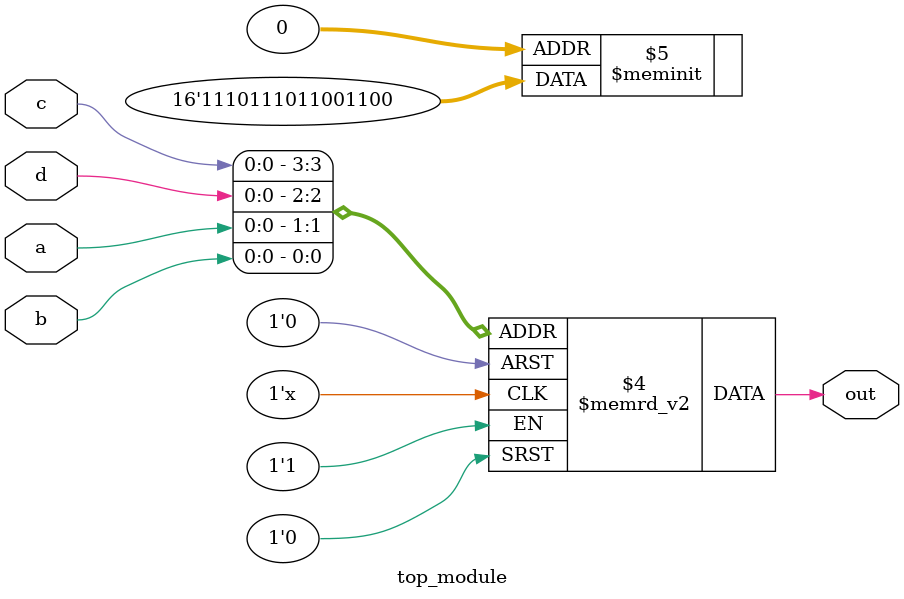
<source format=sv>
module top_module (
	input a, 
	input b,
	input c,
	input d,
	output reg out
);

	always @(*) begin
		case ({c, d, a, b})
			4'b0000: out = 1'b0; // state cdab = 0000
			4'b0001: out = 1'b0; // state cdab = 0001
			4'b0010: out = 1'b1; // state cdab = 0010
			4'b0011: out = 1'b1; // state cdab = 0011
			4'b0100: out = 1'b0; // state cdab = 0100
			4'b0101: out = 1'b0; // state cdab = 0101
			4'b0110: out = 1'b1; // state cdab = 0110
			4'b0111: out = 1'b1; // state cdab = 0111
			4'b1000: out = 1'b0; // state cdab = 1000
			4'b1001: out = 1'b1; // state cdab = 1001
			4'b1010: out = 1'b1; // state cdab = 1010
			4'b1011: out = 1'b1; // state cdab = 1011
			4'b1100: out = 1'b0; // state cdab = 1100
			4'b1101: out = 1'b1; // state cdab = 1101
			4'b1110: out = 1'b1; // state cdab = 1110
			4'b1111: out = 1'b1; // state cdab = 1111
			default: out = 1'bx; // undefined states (should never occur)
		endcase
	end
endmodule

</source>
